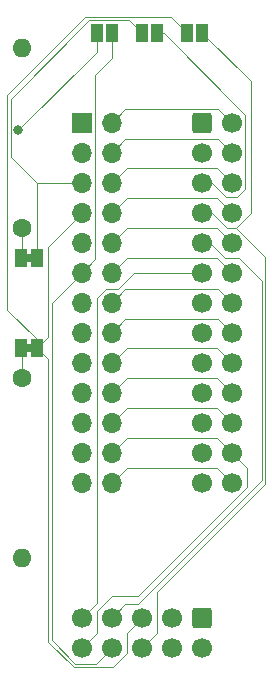
<source format=gbr>
%TF.GenerationSoftware,KiCad,Pcbnew,7.0.8*%
%TF.CreationDate,2024-12-22T17:31:23+01:00*%
%TF.ProjectId,pctransporter,70637472-616e-4737-906f-727465722e6b,rev?*%
%TF.SameCoordinates,Original*%
%TF.FileFunction,Copper,L1,Top*%
%TF.FilePolarity,Positive*%
%FSLAX46Y46*%
G04 Gerber Fmt 4.6, Leading zero omitted, Abs format (unit mm)*
G04 Created by KiCad (PCBNEW 7.0.8) date 2024-12-22 17:31:23*
%MOMM*%
%LPD*%
G01*
G04 APERTURE LIST*
G04 Aperture macros list*
%AMRoundRect*
0 Rectangle with rounded corners*
0 $1 Rounding radius*
0 $2 $3 $4 $5 $6 $7 $8 $9 X,Y pos of 4 corners*
0 Add a 4 corners polygon primitive as box body*
4,1,4,$2,$3,$4,$5,$6,$7,$8,$9,$2,$3,0*
0 Add four circle primitives for the rounded corners*
1,1,$1+$1,$2,$3*
1,1,$1+$1,$4,$5*
1,1,$1+$1,$6,$7*
1,1,$1+$1,$8,$9*
0 Add four rect primitives between the rounded corners*
20,1,$1+$1,$2,$3,$4,$5,0*
20,1,$1+$1,$4,$5,$6,$7,0*
20,1,$1+$1,$6,$7,$8,$9,0*
20,1,$1+$1,$8,$9,$2,$3,0*%
G04 Aperture macros list end*
%TA.AperFunction,ComponentPad*%
%ADD10R,1.700000X1.700000*%
%TD*%
%TA.AperFunction,ComponentPad*%
%ADD11O,1.700000X1.700000*%
%TD*%
%TA.AperFunction,ComponentPad*%
%ADD12O,1.600000X1.600000*%
%TD*%
%TA.AperFunction,ComponentPad*%
%ADD13C,1.600000*%
%TD*%
%TA.AperFunction,ComponentPad*%
%ADD14C,1.700000*%
%TD*%
%TA.AperFunction,ComponentPad*%
%ADD15RoundRect,0.250000X-0.600000X0.600000X-0.600000X-0.600000X0.600000X-0.600000X0.600000X0.600000X0*%
%TD*%
%TA.AperFunction,SMDPad,CuDef*%
%ADD16R,1.000000X1.500000*%
%TD*%
%TA.AperFunction,ComponentPad*%
%ADD17RoundRect,0.250000X-0.600000X-0.600000X0.600000X-0.600000X0.600000X0.600000X-0.600000X0.600000X0*%
%TD*%
%TA.AperFunction,ViaPad*%
%ADD18C,0.800000*%
%TD*%
%TA.AperFunction,Conductor*%
%ADD19C,0.100000*%
%TD*%
%TA.AperFunction,Conductor*%
%ADD20C,0.250000*%
%TD*%
G04 APERTURE END LIST*
%TA.AperFunction,EtchedComponent*%
%TO.C,JP5*%
G36*
X32620000Y-54905000D02*
G01*
X32120000Y-54905000D01*
X32120000Y-54305000D01*
X32620000Y-54305000D01*
X32620000Y-54905000D01*
G37*
%TD.AperFunction*%
%TA.AperFunction,EtchedComponent*%
%TO.C,JP4*%
G36*
X32620000Y-47285000D02*
G01*
X32120000Y-47285000D01*
X32120000Y-46685000D01*
X32620000Y-46685000D01*
X32620000Y-47285000D01*
G37*
%TD.AperFunction*%
%TD*%
D10*
%TO.P,J17,1,Pin_1*%
%TO.N,Y0*%
X36870000Y-35555000D03*
D11*
%TO.P,J17,2,Pin_2*%
%TO.N,Y1*%
X39410000Y-35555000D03*
%TO.P,J17,3,Pin_3*%
%TO.N,VCC*%
X36870000Y-38095000D03*
%TO.P,J17,4,Pin_4*%
%TO.N,Y2*%
X39410000Y-38095000D03*
%TO.P,J17,5,Pin_5*%
%TO.N,SM1{slash}CAPL*%
X36870000Y-40635000D03*
%TO.P,J17,6,Pin_6*%
%TO.N,Y3*%
X39410000Y-40635000D03*
%TO.P,J17,7,Pin_7*%
%TO.N,SM0{slash}OAPL*%
X36870000Y-43175000D03*
%TO.P,J17,8,Pin_8*%
%TO.N,Y4*%
X39410000Y-43175000D03*
%TO.P,J17,9,Pin_9*%
%TO.N,CAPLOCK\u002A*%
X36870000Y-45715000D03*
%TO.P,J17,10,Pin_10*%
%TO.N,Y5*%
X39410000Y-45715000D03*
%TO.P,J17,11,Pin_11*%
%TO.N,CNTL*%
X36870000Y-48255000D03*
%TO.P,J17,12,Pin_12*%
%TO.N,Y8*%
X39410000Y-48255000D03*
%TO.P,J17,13,Pin_13*%
%TO.N,GND*%
X36870000Y-50795000D03*
%TO.P,J17,14,Pin_14*%
%TO.N,X0*%
X39410000Y-50795000D03*
%TO.P,J17,15,Pin_15*%
%TO.N,RESET*%
X36870000Y-53335000D03*
%TO.P,J17,16,Pin_16*%
%TO.N,X2*%
X39410000Y-53335000D03*
%TO.P,J17,17,Pin_17*%
%TO.N,X7*%
X36870000Y-55875000D03*
%TO.P,J17,18,Pin_18*%
%TO.N,X1*%
X39410000Y-55875000D03*
%TO.P,J17,19,Pin_19*%
%TO.N,X5*%
X36870000Y-58415000D03*
%TO.P,J17,20,Pin_20*%
%TO.N,X3*%
X39410000Y-58415000D03*
%TO.P,J17,21,Pin_21*%
%TO.N,X4*%
X36870000Y-60955000D03*
%TO.P,J17,22,Pin_22*%
%TO.N,Y9*%
X39410000Y-60955000D03*
%TO.P,J17,23,Pin_23*%
%TO.N,Y6*%
X36870000Y-63495000D03*
%TO.P,J17,24,Pin_24*%
%TO.N,SHFT\u002A*%
X39410000Y-63495000D03*
%TO.P,J17,25,Pin_25*%
%TO.N,Y7*%
X36870000Y-66035000D03*
%TO.P,J17,26,Pin_26*%
%TO.N,X6*%
X39410000Y-66035000D03*
%TD*%
D12*
%TO.P,R1,2*%
%TO.N,GND*%
X31750000Y-29205000D03*
D13*
%TO.P,R1,1*%
%TO.N,Net-(JP4-A)*%
X31750000Y-44445000D03*
%TD*%
D14*
%TO.P,J1,10,Pin_10*%
%TO.N,SHFT\u002A*%
X36830000Y-80005000D03*
%TO.P,J1,9,Pin_9*%
%TO.N,CNTL'*%
X36830000Y-77465000D03*
%TO.P,J1,8,Pin_8*%
%TO.N,CNTL*%
X39370000Y-80005000D03*
%TO.P,J1,7,Pin_7*%
%TO.N,CAPLOCK\u002A*%
X39370000Y-77465000D03*
%TO.P,J1,6,Pin_6*%
%TO.N,SM0{slash}OAPL'*%
X41910000Y-80005000D03*
%TO.P,J1,5,Pin_5*%
%TO.N,SM0{slash}OAPL*%
X41910000Y-77465000D03*
%TO.P,J1,4,Pin_4*%
%TO.N,SM1{slash}CAPL'*%
X44450000Y-80005000D03*
%TO.P,J1,3,Pin_3*%
%TO.N,SM1{slash}CAPL*%
X44450000Y-77465000D03*
%TO.P,J1,2,Pin_2*%
%TO.N,unconnected-(J1-Pin_2-Pad2)*%
X46990000Y-80005000D03*
D15*
%TO.P,J1,1,Pin_1*%
%TO.N,unconnected-(J1-Pin_1-Pad1)*%
X46990000Y-77465000D03*
%TD*%
D12*
%TO.P,R2,2*%
%TO.N,GND*%
X31790000Y-72385000D03*
D13*
%TO.P,R2,1*%
%TO.N,Net-(JP5-A)*%
X31790000Y-57145000D03*
%TD*%
D16*
%TO.P,JP5,2,B*%
%TO.N,SM0{slash}OAPL*%
X33020000Y-54605000D03*
%TO.P,JP5,1,A*%
%TO.N,Net-(JP5-A)*%
X31720000Y-54605000D03*
%TD*%
%TO.P,JP4,2,B*%
%TO.N,SM1{slash}CAPL*%
X33020000Y-46985000D03*
%TO.P,JP4,1,A*%
%TO.N,Net-(JP4-A)*%
X31720000Y-46985000D03*
%TD*%
%TO.P,JP1,2,B*%
%TO.N,CNTL'*%
X38100000Y-27935000D03*
%TO.P,JP1,1,A*%
%TO.N,CNTL*%
X39400000Y-27935000D03*
%TD*%
%TO.P,JP3,2,B*%
%TO.N,SM0{slash}OAPL'*%
X47050000Y-27935000D03*
%TO.P,JP3,1,A*%
%TO.N,SM0{slash}OAPL*%
X45750000Y-27935000D03*
%TD*%
%TO.P,JP2,2,B*%
%TO.N,SM1{slash}CAPL'*%
X43210000Y-27935000D03*
%TO.P,JP2,1,A*%
%TO.N,SM1{slash}CAPL*%
X41910000Y-27935000D03*
%TD*%
D14*
%TO.P,J2,26,Pin_26*%
%TO.N,X6*%
X49530000Y-66035000D03*
%TO.P,J2,25,Pin_25*%
%TO.N,Y7*%
X46990000Y-66035000D03*
%TO.P,J2,24,Pin_24*%
%TO.N,SHFT\u002A*%
X49530000Y-63495000D03*
%TO.P,J2,23,Pin_23*%
%TO.N,Y6*%
X46990000Y-63495000D03*
%TO.P,J2,22,Pin_22*%
%TO.N,Y9*%
X49530000Y-60955000D03*
%TO.P,J2,21,Pin_21*%
%TO.N,X4*%
X46990000Y-60955000D03*
%TO.P,J2,20,Pin_20*%
%TO.N,X3*%
X49530000Y-58415000D03*
%TO.P,J2,19,Pin_19*%
%TO.N,X5*%
X46990000Y-58415000D03*
%TO.P,J2,18,Pin_18*%
%TO.N,X1*%
X49530000Y-55875000D03*
%TO.P,J2,17,Pin_17*%
%TO.N,X7*%
X46990000Y-55875000D03*
%TO.P,J2,16,Pin_16*%
%TO.N,X2*%
X49530000Y-53335000D03*
%TO.P,J2,15,Pin_15*%
%TO.N,RESET*%
X46990000Y-53335000D03*
%TO.P,J2,14,Pin_14*%
%TO.N,X0*%
X49530000Y-50795000D03*
%TO.P,J2,13,Pin_13*%
%TO.N,GND*%
X46990000Y-50795000D03*
%TO.P,J2,12,Pin_12*%
%TO.N,Y8*%
X49530000Y-48255000D03*
%TO.P,J2,11,Pin_11*%
%TO.N,CNTL'*%
X46990000Y-48255000D03*
%TO.P,J2,10,Pin_10*%
%TO.N,Y5*%
X49530000Y-45715000D03*
%TO.P,J2,9,Pin_9*%
%TO.N,CAPLOCK\u002A*%
X46990000Y-45715000D03*
%TO.P,J2,8,Pin_8*%
%TO.N,Y4*%
X49530000Y-43175000D03*
%TO.P,J2,7,Pin_7*%
%TO.N,SM0{slash}OAPL'*%
X46990000Y-43175000D03*
%TO.P,J2,6,Pin_6*%
%TO.N,Y3*%
X49530000Y-40635000D03*
%TO.P,J2,5,Pin_5*%
%TO.N,SM1{slash}CAPL'*%
X46990000Y-40635000D03*
%TO.P,J2,4,Pin_4*%
%TO.N,Y2*%
X49530000Y-38095000D03*
%TO.P,J2,3,Pin_3*%
%TO.N,VCC*%
X46990000Y-38095000D03*
%TO.P,J2,2,Pin_2*%
%TO.N,Y1*%
X49530000Y-35555000D03*
D17*
%TO.P,J2,1,Pin_1*%
%TO.N,Y0*%
X46990000Y-35555000D03*
%TD*%
D18*
%TO.N,CNTL'*%
X31469500Y-36190000D03*
%TD*%
D19*
%TO.N,SM0{slash}OAPL*%
X33020000Y-54605000D02*
X33990000Y-53635000D01*
X33990000Y-53635000D02*
X33990000Y-46015000D01*
X33990000Y-46015000D02*
X36830000Y-43175000D01*
X41910000Y-77465000D02*
X40680000Y-78695000D01*
X33990000Y-55575000D02*
X33020000Y-54605000D01*
X40680000Y-80444494D02*
X39499150Y-81625344D01*
X40680000Y-78695000D02*
X40680000Y-80444494D01*
X39499150Y-81625344D02*
X36153894Y-81625344D01*
X36153894Y-81625344D02*
X33990000Y-79461450D01*
X33990000Y-79461450D02*
X33990000Y-55575000D01*
%TO.N,CNTL*%
X39370000Y-80005000D02*
X38049656Y-81325344D01*
X38049656Y-81325344D02*
X36278158Y-81325344D01*
X34290000Y-50795000D02*
X36830000Y-48255000D01*
X36278158Y-81325344D02*
X34290000Y-79337186D01*
X34290000Y-79337186D02*
X34290000Y-50795000D01*
%TO.N,CNTL'*%
X36830000Y-77465000D02*
X38140000Y-76155000D01*
X38140000Y-76155000D02*
X38140000Y-50364946D01*
X41273604Y-48255000D02*
X46990000Y-48255000D01*
X38880290Y-49624656D02*
X39903948Y-49624656D01*
X39903948Y-49624656D02*
X41273604Y-48255000D01*
X38140000Y-50364946D02*
X38880290Y-49624656D01*
X31469500Y-36190000D02*
X38100000Y-29559500D01*
X38100000Y-29559500D02*
X38100000Y-27935000D01*
%TO.N,SM0{slash}OAPL*%
X45750000Y-27935000D02*
X44375000Y-26560000D01*
X44375000Y-26560000D02*
X37128984Y-26560000D01*
X30520000Y-33168984D02*
X30520000Y-51355000D01*
X30520000Y-51355000D02*
X33020000Y-53855000D01*
X37128984Y-26560000D02*
X30520000Y-33168984D01*
X33020000Y-53855000D02*
X33020000Y-54605000D01*
%TO.N,SM1{slash}CAPL'*%
X43210000Y-27935000D02*
X43782500Y-27935000D01*
X43782500Y-27935000D02*
X50705000Y-34857500D01*
X50705000Y-34857500D02*
X50705000Y-41120054D01*
X49040290Y-41805344D02*
X47869946Y-40635000D01*
X50705000Y-41120054D02*
X50019710Y-41805344D01*
X50019710Y-41805344D02*
X49040290Y-41805344D01*
X47869946Y-40635000D02*
X46990000Y-40635000D01*
%TO.N,SM1{slash}CAPL*%
X41910000Y-27935000D02*
X40835000Y-26860000D01*
X40835000Y-26860000D02*
X37465380Y-26860000D01*
X30820000Y-38395000D02*
X33060000Y-40635000D01*
X37465380Y-26860000D02*
X30820000Y-33505380D01*
X30820000Y-33505380D02*
X30820000Y-38395000D01*
%TO.N,CNTL*%
X37505000Y-47620000D02*
X37465000Y-47620000D01*
X37465000Y-47620000D02*
X36830000Y-48255000D01*
%TO.N,SM1{slash}CAPL*%
X33020000Y-46985000D02*
X33020000Y-40675000D01*
X33020000Y-40675000D02*
X33060000Y-40635000D01*
X33060000Y-40635000D02*
X36830000Y-40635000D01*
%TO.N,CNTL*%
X39400000Y-27935000D02*
X39400000Y-30094695D01*
X39400000Y-30094695D02*
X38005000Y-31489695D01*
X38005000Y-31489695D02*
X38005000Y-47080000D01*
X38005000Y-47080000D02*
X36830000Y-48255000D01*
%TO.N,CAPLOCK\u002A*%
X39370000Y-77465000D02*
X40540344Y-76294656D01*
X40540344Y-76294656D02*
X41566794Y-76294656D01*
X52070000Y-65791450D02*
X52070000Y-48935634D01*
X41566794Y-76294656D02*
X52070000Y-65791450D01*
X50119366Y-46985000D02*
X48935000Y-46985000D01*
X47665000Y-45715000D02*
X46990000Y-45715000D01*
X52070000Y-48935634D02*
X50119366Y-46985000D01*
X48935000Y-46985000D02*
X47665000Y-45715000D01*
%TO.N,SHFT\u002A*%
X36830000Y-80005000D02*
X38140000Y-78695000D01*
X41610108Y-75614946D02*
X50840000Y-66385054D01*
X38140000Y-78695000D02*
X38140000Y-76844946D01*
X38140000Y-76844946D02*
X39370000Y-75614946D01*
X39370000Y-75614946D02*
X41610108Y-75614946D01*
X50840000Y-66385054D02*
X50840000Y-64805000D01*
X50840000Y-64805000D02*
X49530000Y-63495000D01*
%TO.N,SM0{slash}OAPL'*%
X41910000Y-80005000D02*
X43220000Y-78695000D01*
X43220000Y-78695000D02*
X43220000Y-75277846D01*
X43220000Y-75277846D02*
X52370000Y-66127846D01*
X52370000Y-66127846D02*
X52370000Y-46894946D01*
X52370000Y-46894946D02*
X49920054Y-44445000D01*
%TO.N,Y3*%
X39370000Y-40635000D02*
X40640000Y-39365000D01*
X40640000Y-39365000D02*
X48260000Y-39365000D01*
X48260000Y-39365000D02*
X49530000Y-40635000D01*
%TO.N,Y4*%
X39370000Y-43175000D02*
X40640000Y-41905000D01*
X40640000Y-41905000D02*
X48260000Y-41905000D01*
X48260000Y-41905000D02*
X49530000Y-43175000D01*
%TO.N,Y5*%
X39370000Y-45715000D02*
X40640000Y-44445000D01*
X40640000Y-44445000D02*
X48260000Y-44445000D01*
X48260000Y-44445000D02*
X49530000Y-45715000D01*
%TO.N,Y8*%
X39370000Y-48255000D02*
X40640000Y-46985000D01*
X40640000Y-46985000D02*
X48260000Y-46985000D01*
X48260000Y-46985000D02*
X49530000Y-48255000D01*
%TO.N,X1*%
X39370000Y-55875000D02*
X40640000Y-54605000D01*
X40640000Y-54605000D02*
X48260000Y-54605000D01*
X48260000Y-54605000D02*
X49530000Y-55875000D01*
%TO.N,X3*%
X39370000Y-58415000D02*
X40640000Y-57145000D01*
X40640000Y-57145000D02*
X48260000Y-57145000D01*
X48260000Y-57145000D02*
X49530000Y-58415000D01*
%TO.N,Y9*%
X39370000Y-60955000D02*
X40640000Y-59685000D01*
X48260000Y-59685000D02*
X49530000Y-60955000D01*
X40640000Y-59685000D02*
X48260000Y-59685000D01*
%TO.N,SHFT\u002A*%
X39370000Y-63495000D02*
X40640000Y-62225000D01*
X40640000Y-62225000D02*
X48260000Y-62225000D01*
X48260000Y-62225000D02*
X49530000Y-63495000D01*
%TO.N,X6*%
X39370000Y-66035000D02*
X40640000Y-64765000D01*
X40640000Y-64765000D02*
X48260000Y-64765000D01*
X48260000Y-64765000D02*
X49530000Y-66035000D01*
%TO.N,SM0{slash}OAPL'*%
X49920054Y-44445000D02*
X49110000Y-44445000D01*
X47840000Y-43175000D02*
X46990000Y-43175000D01*
X49110000Y-44445000D02*
X47840000Y-43175000D01*
X47050000Y-27935000D02*
X51155000Y-32040000D01*
X51155000Y-32040000D02*
X51155000Y-43210054D01*
X51155000Y-43210054D02*
X49920054Y-44445000D01*
%TO.N,Net-(JP4-A)*%
X31750000Y-44445000D02*
X31750000Y-46955000D01*
D20*
X31750000Y-46955000D02*
X31720000Y-46985000D01*
D19*
%TO.N,Net-(JP5-A)*%
X31750000Y-57145000D02*
X31750000Y-54635000D01*
D20*
X31750000Y-54635000D02*
X31720000Y-54605000D01*
D19*
%TO.N,X2*%
X39370000Y-53335000D02*
X40540344Y-52164656D01*
X40540344Y-52164656D02*
X48359656Y-52164656D01*
X48359656Y-52164656D02*
X49530000Y-53335000D01*
%TO.N,X0*%
X39370000Y-50795000D02*
X40540344Y-49624656D01*
X48359656Y-49624656D02*
X49530000Y-50795000D01*
X40540344Y-49624656D02*
X48359656Y-49624656D01*
%TO.N,Y2*%
X39370000Y-38095000D02*
X40540344Y-36924656D01*
X40540344Y-36924656D02*
X48359656Y-36924656D01*
X48359656Y-36924656D02*
X49530000Y-38095000D01*
%TO.N,Y1*%
X39370000Y-35555000D02*
X40545000Y-34380000D01*
X40545000Y-34380000D02*
X48355000Y-34380000D01*
X48355000Y-34380000D02*
X49530000Y-35555000D01*
%TD*%
M02*

</source>
